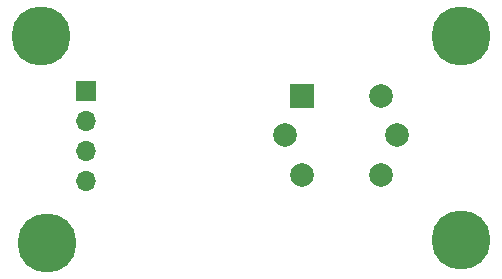
<source format=gbr>
%TF.GenerationSoftware,KiCad,Pcbnew,8.0.3*%
%TF.CreationDate,2025-01-02T17:18:04+01:00*%
%TF.ProjectId,mq7adapter,6d713761-6461-4707-9465-722e6b696361,rev?*%
%TF.SameCoordinates,Original*%
%TF.FileFunction,Soldermask,Bot*%
%TF.FilePolarity,Negative*%
%FSLAX46Y46*%
G04 Gerber Fmt 4.6, Leading zero omitted, Abs format (unit mm)*
G04 Created by KiCad (PCBNEW 8.0.3) date 2025-01-02 17:18:04*
%MOMM*%
%LPD*%
G01*
G04 APERTURE LIST*
%ADD10R,1.700000X1.700000*%
%ADD11O,1.700000X1.700000*%
%ADD12C,5.000000*%
%ADD13R,2.000000X2.000000*%
%ADD14C,2.000000*%
G04 APERTURE END LIST*
D10*
%TO.C,J1*%
X102000000Y-63380000D03*
D11*
X102000000Y-65920000D03*
X102000000Y-68460000D03*
X102000000Y-71000000D03*
%TD*%
D12*
%TO.C,H1*%
X98250000Y-58750000D03*
%TD*%
%TO.C,H3*%
X133750000Y-76000000D03*
%TD*%
%TO.C,H4*%
X98750000Y-76250000D03*
%TD*%
D13*
%TO.C,U1*%
X120280000Y-63780000D03*
D14*
X118890000Y-67140000D03*
X120280000Y-70500000D03*
X127000000Y-70500000D03*
X128390000Y-67140000D03*
X127000000Y-63780000D03*
%TD*%
D12*
%TO.C,H2*%
X133750000Y-58750000D03*
%TD*%
M02*

</source>
